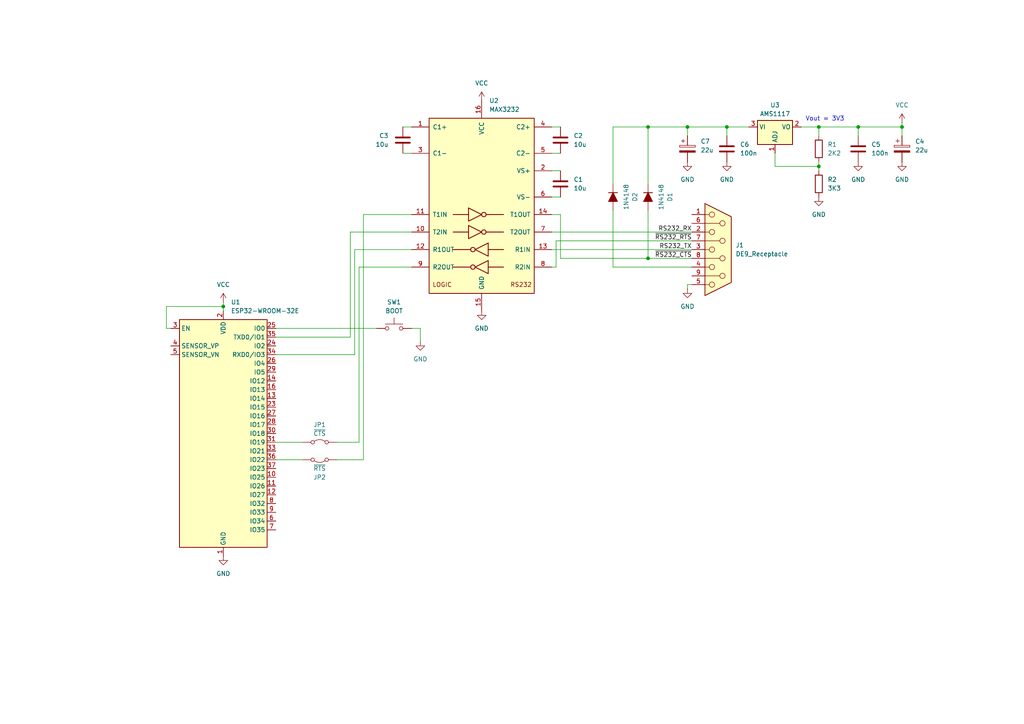
<source format=kicad_sch>
(kicad_sch (version 20231120) (generator "eeschema") (generator_version "8.0")
  (paper "A4")
  (lib_symbols
    (symbol "Connector:DE9_Receptacle" (pin_names (offset 1.016) hide)
      (property "Reference" "J" (at 0 13.97 0))
      (property "Value" "DE9_Receptacle" (at 0 -14.605 0))
      (symbol "DE9_Receptacle_0_1"
        (circle (center -1.778 -10.16) (radius 0.762))
        (circle (center -1.778 -5.08) (radius 0.762))
        (circle (center -1.778 0) (radius 0.762))
        (circle (center -1.778 5.08) (radius 0.762))
        (circle (center -1.778 10.16) (radius 0.762))
        (polyline (pts (xy -3.81 -10.16) (xy -2.54 -10.16)))
        (polyline (pts (xy -3.81 -7.62) (xy 0.508 -7.62)))
        (polyline (pts (xy -3.81 -5.08) (xy -2.54 -5.08)))
        (polyline (pts (xy -3.81 -2.54) (xy 0.508 -2.54)))
        (polyline (pts (xy -3.81 0) (xy -2.54 0)))
        (polyline (pts (xy -3.81 2.54) (xy 0.508 2.54)))
        (polyline (pts (xy -3.81 5.08) (xy -2.54 5.08)))
        (polyline (pts (xy -3.81 7.62) (xy 0.508 7.62)))
        (polyline (pts (xy -3.81 10.16) (xy -2.54 10.16)))
        (polyline (pts (xy -3.81 13.335) (xy -3.81 -13.335) (xy 3.81 -9.525) (xy 3.81 9.525) (xy -3.81 13.335)) (stroke (width 0.254)) (fill (type background)))
        (circle (center 1.27 -7.62) (radius 0.762))
        (circle (center 1.27 -2.54) (radius 0.762))
        (circle (center 1.27 2.54) (radius 0.762))
        (circle (center 1.27 7.62) (radius 0.762))
      )
      (symbol "DE9_Receptacle_1_1"
        (pin passive line (at -7.62 10.16 0) (length 3.81) (name "1") (number "1"))
        (pin passive line (at -7.62 5.08 0) (length 3.81) (name "2") (number "2"))
        (pin passive line (at -7.62 0 0) (length 3.81) (name "3") (number "3"))
        (pin passive line (at -7.62 -5.08 0) (length 3.81) (name "4") (number "4"))
        (pin passive line (at -7.62 -10.16 0) (length 3.81) (name "5") (number "5"))
        (pin passive line (at -7.62 7.62 0) (length 3.81) (name "6") (number "6"))
        (pin passive line (at -7.62 2.54 0) (length 3.81) (name "7") (number "7"))
        (pin passive line (at -7.62 -2.54 0) (length 3.81) (name "8") (number "8"))
        (pin passive line (at -7.62 -7.62 0) (length 3.81) (name "9") (number "9"))
      )
    )
    (symbol "Device:C" (pin_numbers hide) (pin_names (offset 0.254))
      (property "Reference" "C" (at 0.635 2.54 0))
      (property "Value" "C" (at 0.635 -2.54 0))
      (symbol "C_0_1"
        (polyline (pts (xy -2.032 -0.762) (xy 2.032 -0.762)) (stroke (width 0.508)))
        (polyline (pts (xy -2.032 0.762) (xy 2.032 0.762)) (stroke (width 0.508)))
      )
      (symbol "C_1_1"
        (pin passive line (at 0 3.81 270) (length 2.794) (name "~") (number "1"))
        (pin passive line (at 0 -3.81 90) (length 2.794) (name "~") (number "2"))
      )
    )
    (symbol "Device:C_Polarized" (pin_numbers hide) (pin_names (offset 0.254))
      (property "Reference" "C" (at 0.635 2.54 0))
      (property "Value" "C_Polarized" (at 0.635 -2.54 0))
      (symbol "C_Polarized_0_1"
        (rectangle (start -2.286 0.508) (end 2.286 1.016))
        (polyline (pts (xy -1.778 2.286) (xy -0.762 2.286)))
        (polyline (pts (xy -1.27 2.794) (xy -1.27 1.778)))
        (rectangle (start 2.286 -0.508) (end -2.286 -1.016) (fill (type outline)))
      )
      (symbol "C_Polarized_1_1"
        (pin passive line (at 0 3.81 270) (length 2.794) (name "~") (number "1"))
        (pin passive line (at 0 -3.81 90) (length 2.794) (name "~") (number "2"))
      )
    )
    (symbol "Device:R" (pin_numbers hide) (pin_names (offset 0))
      (property "Reference" "R" (at 2.032 0 90))
      (property "Value" "R" (at 0 0 90))
      (symbol "R_0_1"
        (rectangle (start -1.016 -2.54) (end 1.016 2.54) (stroke (width 0.254)))
      )
      (symbol "R_1_1"
        (pin passive line (at 0 3.81 270) (length 1.27) (name "~") (number "1"))
        (pin passive line (at 0 -3.81 90) (length 1.27) (name "~") (number "2"))
      )
    )
    (symbol "Interface_UART:MAX3232" (pin_names (offset 1.016))
      (property "Reference" "U" (at -2.54 28.575 0))
      (property "Value" "MAX3232" (at -2.54 26.67 0))
      (symbol "MAX3232_0_0"
        (text "LOGIC" (at -11.43 -22.86 0) (effects (font (size 1.27 1.27))))
        (text "RS232" (at 11.43 -22.86 0) (effects (font (size 1.27 1.27))))
      )
      (symbol "MAX3232_0_1"
        (rectangle (start -15.24 -25.4) (end 15.24 25.4) (stroke (width 0.254)) (fill (type background)))
        (circle (center -2.54 -17.78) (radius 0.635) (stroke (width 0.254)))
        (circle (center -2.54 -12.7) (radius 0.635) (stroke (width 0.254)))
        (polyline (pts (xy -3.81 -7.62) (xy -8.255 -7.62)) (stroke (width 0.254)))
        (polyline (pts (xy -3.81 -2.54) (xy -8.255 -2.54)) (stroke (width 0.254)))
        (polyline (pts (xy -3.175 -17.78) (xy -8.255 -17.78)) (stroke (width 0.254)))
        (polyline (pts (xy -3.175 -12.7) (xy -8.255 -12.7)) (stroke (width 0.254)))
        (polyline (pts (xy 1.27 -7.62) (xy 6.35 -7.62)) (stroke (width 0.254)))
        (polyline (pts (xy 1.27 -2.54) (xy 6.35 -2.54)) (stroke (width 0.254)))
        (polyline (pts (xy 1.905 -17.78) (xy 6.35 -17.78)) (stroke (width 0.254)))
        (polyline (pts (xy 1.905 -12.7) (xy 6.35 -12.7)) (stroke (width 0.254)))
        (polyline (pts (xy -3.81 -5.715) (xy -3.81 -9.525) (xy 0 -7.62) (xy -3.81 -5.715)) (stroke (width 0.254)))
        (polyline (pts (xy -3.81 -0.635) (xy -3.81 -4.445) (xy 0 -2.54) (xy -3.81 -0.635)) (stroke (width 0.254)))
        (polyline (pts (xy 1.905 -15.875) (xy 1.905 -19.685) (xy -1.905 -17.78) (xy 1.905 -15.875)) (stroke (width 0.254)))
        (polyline (pts (xy 1.905 -10.795) (xy 1.905 -14.605) (xy -1.905 -12.7) (xy 1.905 -10.795)) (stroke (width 0.254)))
        (circle (center 0.635 -7.62) (radius 0.635) (stroke (width 0.254)))
        (circle (center 0.635 -2.54) (radius 0.635) (stroke (width 0.254)))
      )
      (symbol "MAX3232_1_1"
        (pin passive line (at -20.32 22.86 0) (length 5.08) (name "C1+") (number "1"))
        (pin input line (at -20.32 -7.62 0) (length 5.08) (name "T2IN") (number "10"))
        (pin input line (at -20.32 -2.54 0) (length 5.08) (name "T1IN") (number "11"))
        (pin output line (at -20.32 -12.7 0) (length 5.08) (name "R1OUT") (number "12"))
        (pin input line (at 20.32 -12.7 180) (length 5.08) (name "R1IN") (number "13"))
        (pin output line (at 20.32 -2.54 180) (length 5.08) (name "T1OUT") (number "14"))
        (pin power_in line (at 0 -30.48 90) (length 5.08) (name "GND") (number "15"))
        (pin power_in line (at 0 30.48 270) (length 5.08) (name "VCC") (number "16"))
        (pin power_out line (at 20.32 10.16 180) (length 5.08) (name "VS+") (number "2"))
        (pin passive line (at -20.32 15.24 0) (length 5.08) (name "C1-") (number "3"))
        (pin passive line (at 20.32 22.86 180) (length 5.08) (name "C2+") (number "4"))
        (pin passive line (at 20.32 15.24 180) (length 5.08) (name "C2-") (number "5"))
        (pin power_out line (at 20.32 2.54 180) (length 5.08) (name "VS-") (number "6"))
        (pin output line (at 20.32 -7.62 180) (length 5.08) (name "T2OUT") (number "7"))
        (pin input line (at 20.32 -17.78 180) (length 5.08) (name "R2IN") (number "8"))
        (pin output line (at -20.32 -17.78 0) (length 5.08) (name "R2OUT") (number "9"))
      )
    )
    (symbol "Jumper:Jumper_2_Bridged" (pin_numbers hide) (pin_names (offset 0) hide) (exclude_from_sim yes)
      (property "Reference" "JP" (at 0 1.905 0))
      (property "Value" "Jumper_2_Bridged" (at 0 -2.54 0))
      (symbol "Jumper_2_Bridged_0_0"
        (circle (center -2.032 0) (radius 0.508))
        (circle (center 2.032 0) (radius 0.508))
      )
      (symbol "Jumper_2_Bridged_0_1"
        (arc (start 1.524 0.254) (mid 0 0.762) (end -1.524 0.254))
      )
      (symbol "Jumper_2_Bridged_1_1"
        (pin passive line (at -5.08 0 0) (length 2.54) (name "A") (number "1"))
        (pin passive line (at 5.08 0 180) (length 2.54) (name "B") (number "2"))
      )
    )
    (symbol "PCM_Diode_AKL:1N4148" (pin_numbers hide) (pin_names (offset 1.016) hide)
      (property "Reference" "D" (at 0 5.08 0))
      (property "Value" "1N4148" (at 0 2.54 0))
      (symbol "1N4148_0_1"
        (polyline (pts (xy -1.27 0) (xy 1.27 0)))
        (polyline (pts (xy 1.27 1.27) (xy 1.27 -1.27)) (stroke (width 0.254)))
        (polyline (pts (xy -1.27 1.27) (xy -1.27 -1.27) (xy 1.27 0) (xy -1.27 1.27)) (stroke (width 0.254)) (fill (type outline)))
      )
      (symbol "1N4148_1_1"
        (pin passive line (at 3.81 0 180) (length 2.54) (name "K") (number "1"))
        (pin passive line (at -3.81 0 0) (length 2.54) (name "A") (number "2"))
      )
    )
    (symbol "RF_Module:ESP32-WROOM-32E"
      (property "Reference" "U" (at -12.7 34.29 0))
      (property "Value" "ESP32-WROOM-32E" (at 1.27 34.29 0))
      (symbol "ESP32-WROOM-32E_0_1"
        (rectangle (start -12.7 33.02) (end 12.7 -33.02) (stroke (width 0.254)) (fill (type background)))
      )
      (symbol "ESP32-WROOM-32E_1_1"
        (pin power_in line (at 0 -35.56 90) (length 2.54) (name "GND") (number "1"))
        (pin bidirectional line (at 15.24 -12.7 180) (length 2.54) (name "IO25") (number "10"))
        (pin bidirectional line (at 15.24 -15.24 180) (length 2.54) (name "IO26") (number "11"))
        (pin bidirectional line (at 15.24 -17.78 180) (length 2.54) (name "IO27") (number "12"))
        (pin bidirectional line (at 15.24 10.16 180) (length 2.54) (name "IO14") (number "13"))
        (pin bidirectional line (at 15.24 15.24 180) (length 2.54) (name "IO12") (number "14"))
        (pin passive line (at 0 -35.56 90) (length 2.54) hide (name "GND") (number "15"))
        (pin bidirectional line (at 15.24 12.7 180) (length 2.54) (name "IO13") (number "16"))
        (pin no_connect line (at -12.7 -5.08 0) (length 2.54) hide (name "NC") (number "17"))
        (pin no_connect line (at -12.7 -7.62 0) (length 2.54) hide (name "NC") (number "18"))
        (pin no_connect line (at -12.7 -12.7 0) (length 2.54) hide (name "NC") (number "19"))
        (pin power_in line (at 0 35.56 270) (length 2.54) (name "VDD") (number "2"))
        (pin no_connect line (at -12.7 -10.16 0) (length 2.54) hide (name "NC") (number "20"))
        (pin no_connect line (at -12.7 0 0) (length 2.54) hide (name "NC") (number "21"))
        (pin no_connect line (at -12.7 -2.54 0) (length 2.54) hide (name "NC") (number "22"))
        (pin bidirectional line (at 15.24 7.62 180) (length 2.54) (name "IO15") (number "23"))
        (pin bidirectional line (at 15.24 25.4 180) (length 2.54) (name "IO2") (number "24"))
        (pin bidirectional line (at 15.24 30.48 180) (length 2.54) (name "IO0") (number "25"))
        (pin bidirectional line (at 15.24 20.32 180) (length 2.54) (name "IO4") (number "26"))
        (pin bidirectional line (at 15.24 5.08 180) (length 2.54) (name "IO16") (number "27"))
        (pin bidirectional line (at 15.24 2.54 180) (length 2.54) (name "IO17") (number "28"))
        (pin bidirectional line (at 15.24 17.78 180) (length 2.54) (name "IO5") (number "29"))
        (pin input line (at -15.24 30.48 0) (length 2.54) (name "EN") (number "3"))
        (pin bidirectional line (at 15.24 0 180) (length 2.54) (name "IO18") (number "30"))
        (pin bidirectional line (at 15.24 -2.54 180) (length 2.54) (name "IO19") (number "31"))
        (pin no_connect line (at -12.7 -27.94 0) (length 2.54) hide (name "NC") (number "32"))
        (pin bidirectional line (at 15.24 -5.08 180) (length 2.54) (name "IO21") (number "33"))
        (pin bidirectional line (at 15.24 22.86 180) (length 2.54) (name "RXD0/IO3") (number "34"))
        (pin bidirectional line (at 15.24 27.94 180) (length 2.54) (name "TXD0/IO1") (number "35"))
        (pin bidirectional line (at 15.24 -7.62 180) (length 2.54) (name "IO22") (number "36"))
        (pin bidirectional line (at 15.24 -10.16 180) (length 2.54) (name "IO23") (number "37"))
        (pin passive line (at 0 -35.56 90) (length 2.54) hide (name "GND") (number "38"))
        (pin passive line (at 0 -35.56 90) (length 2.54) hide (name "GND") (number "39"))
        (pin input line (at -15.24 25.4 0) (length 2.54) (name "SENSOR_VP") (number "4"))
        (pin input line (at -15.24 22.86 0) (length 2.54) (name "SENSOR_VN") (number "5"))
        (pin input line (at 15.24 -25.4 180) (length 2.54) (name "IO34") (number "6"))
        (pin input line (at 15.24 -27.94 180) (length 2.54) (name "IO35") (number "7"))
        (pin bidirectional line (at 15.24 -20.32 180) (length 2.54) (name "IO32") (number "8"))
        (pin bidirectional line (at 15.24 -22.86 180) (length 2.54) (name "IO33") (number "9"))
      )
    )
    (symbol "Regulator_Linear:AMS1117"
      (property "Reference" "U" (at -3.81 3.175 0))
      (property "Value" "AMS1117" (at 0 3.175 0))
      (symbol "AMS1117_0_1"
        (rectangle (start -5.08 -5.08) (end 5.08 1.905) (stroke (width 0.254)) (fill (type background)))
      )
      (symbol "AMS1117_1_1"
        (pin input line (at 0 -7.62 90) (length 2.54) (name "ADJ") (number "1"))
        (pin power_out line (at 7.62 0 180) (length 2.54) (name "VO") (number "2"))
        (pin power_in line (at -7.62 0 0) (length 2.54) (name "VI") (number "3"))
      )
    )
    (symbol "Switch:SW_Push" (pin_numbers hide) (pin_names (offset 1.016) hide)
      (property "Reference" "SW" (at 1.27 2.54 0))
      (property "Value" "SW_Push" (at 0 -1.524 0))
      (symbol "SW_Push_0_1"
        (circle (center -2.032 0) (radius 0.508))
        (polyline (pts (xy 0 1.27) (xy 0 3.048)))
        (polyline (pts (xy 2.54 1.27) (xy -2.54 1.27)))
        (circle (center 2.032 0) (radius 0.508))
        (pin passive line (at -5.08 0 0) (length 2.54) (name "1") (number "1"))
        (pin passive line (at 5.08 0 180) (length 2.54) (name "2") (number "2"))
      )
    )
    (symbol "power:GND" (power) (pin_numbers hide) (pin_names (offset 0) hide)
      (property "Value" "GND" (at 0 -3.81 0))
      (symbol "GND_0_1"
        (polyline (pts (xy 0 0) (xy 0 -1.27) (xy 1.27 -1.27) (xy 0 -2.54) (xy -1.27 -1.27) (xy 0 -1.27)))
      )
      (symbol "GND_1_1"
        (pin power_in line (at 0 0 270) (length 0) (name "~") (number "1"))
      )
    )
    (symbol "power:VCC" (power) (pin_numbers hide) (pin_names (offset 0) hide)
      (property "Value" "VCC" (at 0 3.556 0))
      (symbol "VCC_0_1"
        (polyline (pts (xy -0.762 1.27) (xy 0 2.54)))
        (polyline (pts (xy 0 0) (xy 0 2.54)))
        (polyline (pts (xy 0 2.54) (xy 0.762 1.27)))
      )
      (symbol "VCC_1_1"
        (pin power_in line (at 0 0 90) (length 0) (name "~") (number "1"))
      )
    )
  )
  (junction (at 187.96 36.83))
  (junction (at 199.39 36.83))
  (junction (at 261.62 36.83))
  (junction (at 64.77 88.9))
  (junction (at 248.92 36.83))
  (junction (at 237.49 36.83))
  (junction (at 237.49 48.26))
  (junction (at 210.82 36.83))
  (junction (at 187.96 74.93))
  (wire (pts (xy 80.01 97.79) (xy 101.6 97.79)))
  (wire (pts (xy 97.79 133.35) (xy 105.41 133.35)))
  (wire (pts (xy 199.39 39.37) (xy 199.39 36.83)))
  (wire (pts (xy 187.96 53.34) (xy 187.96 36.83)))
  (wire (pts (xy 116.84 36.83) (xy 119.38 36.83)))
  (wire (pts (xy 101.6 67.31) (xy 119.38 67.31)))
  (wire (pts (xy 64.77 88.9) (xy 64.77 90.17)))
  (wire (pts (xy 160.02 57.15) (xy 162.56 57.15)))
  (wire (pts (xy 116.84 44.45) (xy 119.38 44.45)))
  (wire (pts (xy 237.49 48.26) (xy 237.49 49.53)))
  (wire (pts (xy 102.87 102.87) (xy 102.87 72.39)))
  (wire (pts (xy 237.49 46.99) (xy 237.49 48.26)))
  (wire (pts (xy 187.96 60.96) (xy 187.96 74.93)))
  (wire (pts (xy 224.79 48.26) (xy 224.79 44.45)))
  (wire (pts (xy 237.49 48.26) (xy 224.79 48.26)))
  (wire (pts (xy 248.92 36.83) (xy 237.49 36.83)))
  (wire (pts (xy 119.38 95.25) (xy 121.92 95.25)))
  (wire (pts (xy 101.6 97.79) (xy 101.6 67.31)))
  (wire (pts (xy 80.01 102.87) (xy 102.87 102.87)))
  (wire (pts (xy 161.29 77.47) (xy 160.02 77.47)))
  (wire (pts (xy 160.02 67.31) (xy 200.66 67.31)))
  (wire (pts (xy 160.02 49.53) (xy 162.56 49.53)))
  (wire (pts (xy 210.82 36.83) (xy 217.17 36.83)))
  (wire (pts (xy 160.02 62.23) (xy 162.56 62.23)))
  (wire (pts (xy 200.66 69.85) (xy 161.29 69.85)))
  (wire (pts (xy 199.39 82.55) (xy 199.39 83.82)))
  (wire (pts (xy 162.56 62.23) (xy 162.56 74.93)))
  (wire (pts (xy 177.8 53.34) (xy 177.8 36.83)))
  (wire (pts (xy 104.14 128.27) (xy 104.14 77.47)))
  (wire (pts (xy 261.62 36.83) (xy 248.92 36.83)))
  (wire (pts (xy 160.02 44.45) (xy 162.56 44.45)))
  (wire (pts (xy 160.02 36.83) (xy 162.56 36.83)))
  (wire (pts (xy 48.26 88.9) (xy 48.26 95.25)))
  (wire (pts (xy 187.96 74.93) (xy 200.66 74.93)))
  (wire (pts (xy 80.01 95.25) (xy 109.22 95.25)))
  (wire (pts (xy 64.77 87.63) (xy 64.77 88.9)))
  (wire (pts (xy 64.77 88.9) (xy 48.26 88.9)))
  (wire (pts (xy 232.41 36.83) (xy 237.49 36.83)))
  (wire (pts (xy 162.56 74.93) (xy 187.96 74.93)))
  (wire (pts (xy 237.49 36.83) (xy 237.49 39.37)))
  (wire (pts (xy 200.66 82.55) (xy 199.39 82.55)))
  (wire (pts (xy 160.02 72.39) (xy 200.66 72.39)))
  (wire (pts (xy 121.92 95.25) (xy 121.92 99.06)))
  (wire (pts (xy 80.01 128.27) (xy 87.63 128.27)))
  (wire (pts (xy 261.62 35.56) (xy 261.62 36.83)))
  (wire (pts (xy 200.66 77.47) (xy 177.8 77.47)))
  (wire (pts (xy 199.39 36.83) (xy 210.82 36.83)))
  (wire (pts (xy 187.96 36.83) (xy 199.39 36.83)))
  (wire (pts (xy 261.62 39.37) (xy 261.62 36.83)))
  (wire (pts (xy 97.79 128.27) (xy 104.14 128.27)))
  (wire (pts (xy 105.41 133.35) (xy 105.41 62.23)))
  (wire (pts (xy 80.01 133.35) (xy 87.63 133.35)))
  (wire (pts (xy 48.26 95.25) (xy 49.53 95.25)))
  (wire (pts (xy 248.92 39.37) (xy 248.92 36.83)))
  (wire (pts (xy 161.29 69.85) (xy 161.29 77.47)))
  (wire (pts (xy 177.8 77.47) (xy 177.8 60.96)))
  (wire (pts (xy 105.41 62.23) (xy 119.38 62.23)))
  (wire (pts (xy 177.8 36.83) (xy 187.96 36.83)))
  (wire (pts (xy 210.82 36.83) (xy 210.82 39.37)))
  (wire (pts (xy 104.14 77.47) (xy 119.38 77.47)))
  (wire (pts (xy 102.87 72.39) (xy 119.38 72.39)))
  (text "Vout = 3V3\n" (at 239.268 34.544 0) (effects (font (size 1.27 1.27))))
  (label "~{RS232_RTS}" (at 200.66 69.85 180))
  (label "RS232_RX" (at 200.66 67.31 180))
  (label "~{RS232_CTS}" (at 200.66 74.93 180))
  (label "RS232_TX" (at 200.66 72.39 180))
  (symbol (lib_id "power:GND") (at 199.39 83.82 0) (unit 1)
    (property "Reference" "#PWR03" (effects (hide yes)))
    (property "Value" "GND" (at 199.39 88.9 0))
    (property "Description" "Power symbol creates a global label with name \"GND\" , ground" (effects (hide yes)))
  )
  (symbol (lib_id "Switch:SW_Push") (at 114.3 95.25 0) (unit 1)
    (property "Reference" "SW1" (at 114.3 87.63 0))
    (property "Value" "BOOT" (at 114.3 90.17 0))
    (property "Footprint" "Button_Switch_SMD:SW_SPST_PTS645" (effects (hide yes)))
    (property "Description" "Push button switch, generic, two pins" (effects (hide yes)))
  )
  (symbol (lib_id "power:GND") (at 121.92 99.06 0) (unit 1)
    (property "Reference" "#PWR012" (effects (hide yes)))
    (property "Value" "GND" (at 121.92 104.14 0))
    (property "Description" "Power symbol creates a global label with name \"GND\" , ground" (effects (hide yes)))
  )
  (symbol (lib_id "power:GND") (at 248.92 46.99 0) (unit 1)
    (property "Reference" "#PWR09" (effects (hide yes)))
    (property "Value" "GND" (at 248.92 52.07 0))
    (property "Description" "Power symbol creates a global label with name \"GND\" , ground" (effects (hide yes)))
  )
  (symbol (lib_id "RF_Module:ESP32-WROOM-32E") (at 64.77 125.73 0) (unit 1)
    (property "Reference" "U1" (at 66.9641 87.63 0) (effects (justify left)))
    (property "Value" "ESP32-WROOM-32E" (at 66.9641 90.17 0) (effects (justify left)))
    (property "Footprint" "RF_Module:ESP32-WROOM-32D" (effects (hide yes)))
    (property "Datasheet" "https://www.espressif.com/sites/default/files/documentation/esp32-wroom-32e_esp32-wroom-32ue_datasheet_en.pdf" (effects (hide yes)))
    (property "Description" "RF Module, ESP32-D0WD-V3 SoC, without PSRAM, Wi-Fi 802.11b/g/n, Bluetooth, BLE, 32-bit, 2.7-3.6V, onboard antenna, SMD" (effects (hide yes)))
  )
  (symbol (lib_id "Device:C") (at 248.92 43.18 0) (unit 1)
    (property "Reference" "C5" (at 252.73 41.9099 0) (effects (justify left)))
    (property "Value" "100n" (at 252.73 44.4499 0) (effects (justify left)))
    (property "Footprint" "Capacitor_SMD:C_0805_2012Metric_Pad1.18x1.45mm_HandSolder" (effects (hide yes)))
    (property "Description" "Unpolarized capacitor" (effects (hide yes)))
  )
  (symbol (lib_id "power:GND") (at 210.82 46.99 0) (unit 1)
    (property "Reference" "#PWR07" (effects (hide yes)))
    (property "Value" "GND" (at 210.82 52.07 0))
    (property "Description" "Power symbol creates a global label with name \"GND\" , ground" (effects (hide yes)))
  )
  (symbol (lib_id "power:VCC") (at 64.77 87.63 0) (unit 1)
    (property "Reference" "#PWR04" (effects (hide yes)))
    (property "Value" "VCC" (at 64.77 82.55 0))
    (property "Description" "Power symbol creates a global label with name \"VCC\"" (effects (hide yes)))
  )
  (symbol (lib_id "power:VCC") (at 261.62 35.56 0) (unit 1)
    (property "Reference" "#PWR011" (effects (hide yes)))
    (property "Value" "VCC" (at 261.62 30.48 0))
    (property "Description" "Power symbol creates a global label with name \"VCC\"" (effects (hide yes)))
  )
  (symbol (lib_id "Device:C") (at 162.56 53.34 0) (unit 1)
    (property "Reference" "C1" (at 166.37 52.0699 0) (effects (justify left)))
    (property "Value" "10u" (at 166.37 54.6099 0) (effects (justify left)))
    (property "Footprint" "Capacitor_SMD:C_0805_2012Metric_Pad1.18x1.45mm_HandSolder" (effects (hide yes)))
    (property "Description" "Unpolarized capacitor" (effects (hide yes)))
  )
  (symbol (lib_id "power:VCC") (at 139.7 29.21 0) (unit 1)
    (property "Reference" "#PWR02" (effects (hide yes)))
    (property "Value" "VCC" (at 139.7 24.13 0))
    (property "Description" "Power symbol creates a global label with name \"VCC\"" (effects (hide yes)))
  )
  (symbol (lib_id "power:GND") (at 237.49 57.15 0) (unit 1)
    (property "Reference" "#PWR06" (effects (hide yes)))
    (property "Value" "GND" (at 237.49 62.23 0))
    (property "Description" "Power symbol creates a global label with name \"GND\" , ground" (effects (hide yes)))
  )
  (symbol (lib_id "Device:R") (at 237.49 43.18 0) (unit 1)
    (property "Reference" "R1" (at 240.03 41.9099 0) (effects (justify left)))
    (property "Value" "2K2" (at 240.03 44.4499 0) (effects (justify left)))
    (property "Footprint" "PCM_Resistor_SMD_AKL:R_0805_2012Metric_Pad1.15x1.40mm_HandSolder" (effects (hide yes)))
    (property "Description" "Resistor" (effects (hide yes)))
  )
  (symbol (lib_id "power:GND") (at 139.7 90.17 0) (unit 1)
    (property "Reference" "#PWR01" (effects (hide yes)))
    (property "Value" "GND" (at 139.7 95.25 0))
    (property "Description" "Power symbol creates a global label with name \"GND\" , ground" (effects (hide yes)))
  )
  (symbol (lib_id "Jumper:Jumper_2_Bridged") (at 92.71 128.27 0) (unit 1) (exclude_from_sim yes)
    (property "Reference" "JP1" (at 92.71 123.19 0))
    (property "Value" "~{CTS}" (at 92.71 125.73 0))
    (property "Footprint" "Jumper:SolderJumper-2_P1.3mm_Bridged_RoundedPad1.0x1.5mm" (effects (hide yes)))
    (property "Description" "Jumper, 2-pole, closed/bridged" (effects (hide yes)))
  )
  (symbol (lib_id "power:GND") (at 261.62 46.99 0) (unit 1)
    (property "Reference" "#PWR010" (effects (hide yes)))
    (property "Value" "GND" (at 261.62 52.07 0))
    (property "Description" "Power symbol creates a global label with name \"GND\" , ground" (effects (hide yes)))
  )
  (symbol (lib_id "Jumper:Jumper_2_Bridged") (at 92.71 133.35 0) (mirror x) (unit 1) (exclude_from_sim yes)
    (property "Reference" "JP2" (at 92.71 138.43 0))
    (property "Value" "~{RTS}" (at 92.71 135.89 0))
    (property "Footprint" "Jumper:SolderJumper-2_P1.3mm_Bridged_RoundedPad1.0x1.5mm" (effects (hide yes)))
    (property "Description" "Jumper, 2-pole, closed/bridged" (effects (hide yes)))
  )
  (symbol (lib_id "Regulator_Linear:AMS1117") (at 224.79 36.83 0) (unit 1)
    (property "Reference" "U3" (at 224.79 30.48 0))
    (property "Value" "AMS1117" (at 224.79 33.02 0))
    (property "Footprint" "Package_TO_SOT_SMD:SOT-223-3_TabPin2" (effects (hide yes)))
    (property "Datasheet" "http://www.advanced-monolithic.com/pdf/ds1117.pdf" (effects (hide yes)))
    (property "Description" "1A Low Dropout regulator, positive, adjustable output, SOT-223" (effects (hide yes)))
  )
  (symbol (lib_id "PCM_Diode_AKL:1N4148") (at 187.96 57.15 90) (unit 1)
    (property "Reference" "D1" (at 194.31 57.15 0))
    (property "Value" "1N4148" (at 191.77 57.15 0))
    (property "Footprint" "Diode_SMD:D_MiniMELF" (effects (hide yes)))
    (property "Datasheet" "https://datasheet.octopart.com/1N4148TR-ON-Semiconductor-datasheet-42765246.pdf" (effects (hide yes)))
    (property "Description" "DO-35 Diode, Small Signal, Fast Switching, 75V, 150mA, 4ns, Alternate KiCad Library" (effects (hide yes)))
  )
  (symbol (lib_id "PCM_Diode_AKL:1N4148") (at 177.8 57.15 90) (unit 1)
    (property "Reference" "D2" (at 184.15 57.15 0))
    (property "Value" "1N4148" (at 181.61 57.15 0))
    (property "Footprint" "Diode_SMD:D_MiniMELF" (effects (hide yes)))
    (property "Datasheet" "https://datasheet.octopart.com/1N4148TR-ON-Semiconductor-datasheet-42765246.pdf" (effects (hide yes)))
    (property "Description" "DO-35 Diode, Small Signal, Fast Switching, 75V, 150mA, 4ns, Alternate KiCad Library" (effects (hide yes)))
  )
  (symbol (lib_id "Connector:DE9_Receptacle") (at 208.28 72.39 0) (unit 1)
    (property "Reference" "J1" (at 213.36 71.1199 0) (effects (justify left)))
    (property "Value" "DE9_Receptacle" (at 213.36 73.6599 0) (effects (justify left)))
    (property "Footprint" "Connector_Dsub:DSUB-9_Female_EdgeMount_P2.77mm" (effects (hide yes)))
    (property "Description" "9-pin female receptacle socket D-SUB connector" (effects (hide yes)))
  )
  (symbol (lib_id "power:GND") (at 199.39 46.99 0) (unit 1)
    (property "Reference" "#PWR08" (effects (hide yes)))
    (property "Value" "GND" (at 199.39 52.07 0))
    (property "Description" "Power symbol creates a global label with name \"GND\" , ground" (effects (hide yes)))
  )
  (symbol (lib_id "Device:C") (at 162.56 40.64 0) (unit 1)
    (property "Reference" "C2" (at 166.37 39.3699 0) (effects (justify left)))
    (property "Value" "10u" (at 166.37 41.9099 0) (effects (justify left)))
    (property "Footprint" "Capacitor_SMD:C_0805_2012Metric_Pad1.18x1.45mm_HandSolder" (effects (hide yes)))
    (property "Description" "Unpolarized capacitor" (effects (hide yes)))
  )
  (symbol (lib_id "Device:R") (at 237.49 53.34 0) (unit 1)
    (property "Reference" "R2" (at 240.03 52.0699 0) (effects (justify left)))
    (property "Value" "3K3" (at 240.03 54.6099 0) (effects (justify left)))
    (property "Footprint" "PCM_Resistor_SMD_AKL:R_0805_2012Metric_Pad1.15x1.40mm_HandSolder" (effects (hide yes)))
    (property "Description" "Resistor" (effects (hide yes)))
  )
  (symbol (lib_id "power:GND") (at 64.77 161.29 0) (unit 1)
    (property "Reference" "#PWR05" (effects (hide yes)))
    (property "Value" "GND" (at 64.77 166.37 0))
    (property "Description" "Power symbol creates a global label with name \"GND\" , ground" (effects (hide yes)))
  )
  (symbol (lib_id "Device:C_Polarized") (at 261.62 43.18 0) (unit 1)
    (property "Reference" "C4" (at 265.43 41.0209 0) (effects (justify left)))
    (property "Value" "22u" (at 265.43 43.5609 0) (effects (justify left)))
    (property "Footprint" "Capacitor_Tantalum_SMD:CP_EIA-3528-15_AVX-H_Pad1.50x2.35mm_HandSolder" (effects (hide yes)))
    (property "Description" "Polarized capacitor" (effects (hide yes)))
  )
  (symbol (lib_id "Device:C") (at 210.82 43.18 0) (unit 1)
    (property "Reference" "C6" (at 214.63 41.9099 0) (effects (justify left)))
    (property "Value" "100n" (at 214.63 44.4499 0) (effects (justify left)))
    (property "Footprint" "Capacitor_SMD:C_0805_2012Metric_Pad1.18x1.45mm_HandSolder" (effects (hide yes)))
    (property "Description" "Unpolarized capacitor" (effects (hide yes)))
  )
  (symbol (lib_id "Interface_UART:MAX3232") (at 139.7 59.69 0) (unit 1)
    (property "Reference" "U2" (at 141.8941 29.21 0) (effects (justify left)))
    (property "Value" "MAX3232" (at 141.8941 31.75 0) (effects (justify left)))
    (property "Footprint" "Package_SO:SOP-16_4.4x10.4mm_P1.27mm" (effects (hide yes)))
    (property "Datasheet" "https://datasheets.maximintegrated.com/en/ds/MAX3222-MAX3241.pdf" (effects (hide yes)))
    (property "Description" "3.0V to 5.5V, Low-Power, up to 1Mbps, True RS-232 Transceivers Using Four 0.1μF External Capacitors" (effects (hide yes)))
  )
  (symbol (lib_id "Device:C") (at 116.84 40.64 0) (mirror x) (unit 1)
    (property "Reference" "C3" (at 112.689 39.3699 0) (effects (justify right)))
    (property "Value" "10u" (at 112.689 41.9099 0) (effects (justify right)))
    (property "Footprint" "Capacitor_SMD:C_0805_2012Metric_Pad1.18x1.45mm_HandSolder" (effects (hide yes)))
    (property "Description" "Unpolarized capacitor" (effects (hide yes)))
  )
  (symbol (lib_id "Device:C_Polarized") (at 199.39 43.18 0) (unit 1)
    (property "Reference" "C7" (at 203.2 41.0209 0) (effects (justify left)))
    (property "Value" "22u" (at 203.2 43.5609 0) (effects (justify left)))
    (property "Footprint" "Capacitor_Tantalum_SMD:CP_EIA-3528-15_AVX-H_Pad1.50x2.35mm_HandSolder" (effects (hide yes)))
    (property "Description" "Polarized capacitor" (effects (hide yes)))
  )
)
</source>
